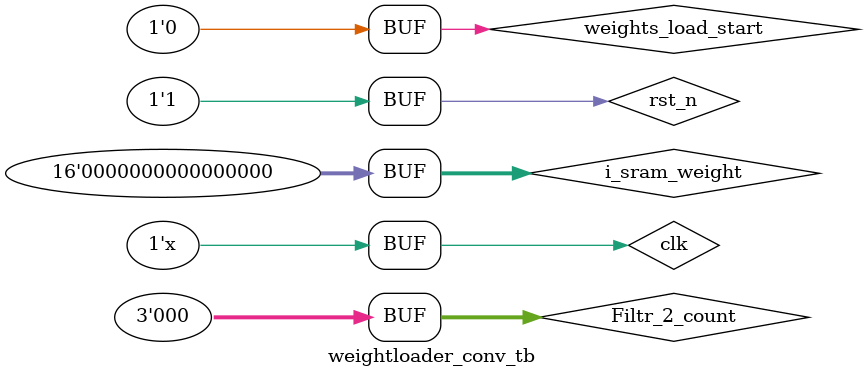
<source format=v>
`timescale 1ns / 1ps

module weightloader_conv_tb;

    // 定义输入信号
    reg clk;
    reg rst_n;
    reg weights_load_start;
    reg [15:0] i_sram_weight;
    reg [2:0] Filtr_2_count;

    // 定义输出信号
    wire [15:0] o_sram_weight_addr;
    wire [95:0] Filtr_1_2;
    wire [95:0] Filtr_1_1;
    wire [95:0] Filtr_1_0;
    wire [95:0] Filtr_2_2;
    wire [95:0] Filtr_2_1;
    wire [95:0] Filtr_2_0;
    wire weights_load_finish;

    // 例化weightloader_conv模块
    weightloader_conv u_weightloader_conv (
        .clk(clk),
        .rst_n(rst_n),
        .weights_load_start(weights_load_start),
        .i_sram_weight(i_sram_weight),
        .Filtr_2_count(Filtr_2_count),
        .o_sram_weight_addr(o_sram_weight_addr),
        .Filtr_1_2(Filtr_1_2),
        .Filtr_1_1(Filtr_1_1),
        .Filtr_1_0(Filtr_1_0),
        .Filtr_2_2(Filtr_2_2),
        .Filtr_2_1(Filtr_2_1),
        .Filtr_2_0(Filtr_2_0),
        .weights_load_finish(weights_load_finish)
    );

    // 时钟生成器
    always begin
        #5 clk = ~clk;
    end

    // 测试序列
    initial begin
        // 初始化输入信号
        clk = 0;
        rst_n = 1;
        weights_load_start = 0;
        i_sram_weight = 0;
        Filtr_2_count = 0;

        // 复位
        #100 rst_n = 0;
        #50 rst_n = 1;

        // 测试序列
        #10 weights_load_start = 1;
        #10 i_sram_weight = 16'h1234;
        #5000 weights_load_start = 0;
        #10 i_sram_weight = 16'h0000;
        #10 Filtr_2_count = 3'b000;

        // 结束测试
       
    end

endmodule
</source>
